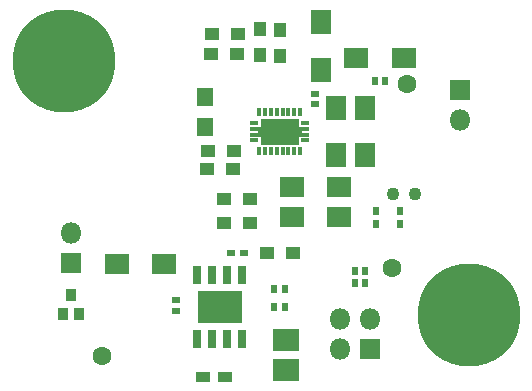
<source format=gbr>
G04 #@! TF.GenerationSoftware,KiCad,Pcbnew,5.0.0*
G04 #@! TF.CreationDate,2018-08-08T08:48:25-04:00*
G04 #@! TF.ProjectId,telegraph,74656C6567726170682E6B696361645F,rev?*
G04 #@! TF.SameCoordinates,Original*
G04 #@! TF.FileFunction,Soldermask,Top*
G04 #@! TF.FilePolarity,Negative*
%FSLAX46Y46*%
G04 Gerber Fmt 4.6, Leading zero omitted, Abs format (unit mm)*
G04 Created by KiCad (PCBNEW 5.0.0) date Wed Aug  8 08:48:25 2018*
%MOMM*%
%LPD*%
G01*
G04 APERTURE LIST*
%ADD10R,1.351600X1.601600*%
%ADD11R,0.501600X0.701600*%
%ADD12R,0.601600X0.701600*%
%ADD13R,0.701600X0.601600*%
%ADD14R,1.301600X0.851600*%
%ADD15R,2.101600X1.701600*%
%ADD16R,1.701600X2.101600*%
%ADD17C,1.101600*%
%ADD18R,2.301600X1.926600*%
%ADD19R,1.301600X1.001600*%
%ADD20R,1.001600X1.301600*%
%ADD21C,1.601600*%
%ADD22C,8.701600*%
%ADD23R,0.701600X0.501600*%
%ADD24R,1.801600X1.801600*%
%ADD25O,1.801600X1.801600*%
%ADD26R,0.750000X1.600000*%
%ADD27R,3.700000X2.800000*%
%ADD28R,0.901600X1.001600*%
%ADD29R,0.380000X0.740000*%
%ADD30R,0.740000X0.380000*%
%ADD31R,3.190000X2.190000*%
%ADD32R,0.465000X0.880000*%
G04 APERTURE END LIST*
D10*
G04 #@! TO.C,C17*
X119900000Y-114650000D03*
X119900000Y-112150000D03*
G04 #@! TD*
D11*
G04 #@! TO.C,R18*
X133450000Y-127900000D03*
X132550000Y-127900000D03*
G04 #@! TD*
G04 #@! TO.C,R19*
X132550000Y-126900000D03*
X133450000Y-126900000D03*
G04 #@! TD*
D12*
G04 #@! TO.C,C3*
X136360000Y-122854000D03*
X136360000Y-121754000D03*
G04 #@! TD*
G04 #@! TO.C,C4*
X134328000Y-121754000D03*
X134328000Y-122854000D03*
G04 #@! TD*
D13*
G04 #@! TO.C,C12*
X123194000Y-125352000D03*
X122094000Y-125352000D03*
G04 #@! TD*
D14*
G04 #@! TO.C,C11*
X119700000Y-135818000D03*
X121600000Y-135818000D03*
G04 #@! TD*
D15*
G04 #@! TO.C,C10*
X116450000Y-126318000D03*
X112450000Y-126318000D03*
G04 #@! TD*
D16*
G04 #@! TO.C,C7*
X129700000Y-109818000D03*
X129700000Y-105818000D03*
G04 #@! TD*
G04 #@! TO.C,C6*
X130950000Y-113068000D03*
X130950000Y-117068000D03*
G04 #@! TD*
G04 #@! TO.C,C5*
X133450000Y-117068000D03*
X133450000Y-113068000D03*
G04 #@! TD*
D15*
G04 #@! TO.C,C2*
X131248000Y-119764000D03*
X127248000Y-119764000D03*
G04 #@! TD*
G04 #@! TO.C,C1*
X131248000Y-122304000D03*
X127248000Y-122304000D03*
G04 #@! TD*
G04 #@! TO.C,C15*
X132700000Y-108818000D03*
X136700000Y-108818000D03*
G04 #@! TD*
D17*
G04 #@! TO.C,Y1*
X135800000Y-120318000D03*
X137700000Y-120318000D03*
G04 #@! TD*
D18*
G04 #@! TO.C,L1*
X126708000Y-135275500D03*
X126708000Y-132700500D03*
G04 #@! TD*
D19*
G04 #@! TO.C,D3*
X123700000Y-120818000D03*
X121500000Y-120818000D03*
G04 #@! TD*
D20*
G04 #@! TO.C,D2*
X124500000Y-106368000D03*
X124500000Y-108568000D03*
G04 #@! TD*
G04 #@! TO.C,D1*
X126250000Y-108668000D03*
X126250000Y-106468000D03*
G04 #@! TD*
D21*
G04 #@! TO.C,TP9*
X135700000Y-126600000D03*
G04 #@! TD*
G04 #@! TO.C,TP8*
X111200000Y-134068000D03*
G04 #@! TD*
G04 #@! TO.C,TP10*
X136950000Y-111068000D03*
G04 #@! TD*
D22*
G04 #@! TO.C,MH1*
X107950000Y-109068000D03*
G04 #@! TD*
G04 #@! TO.C,MH2*
X142200000Y-130568000D03*
G04 #@! TD*
D23*
G04 #@! TO.C,R7*
X129200000Y-112768000D03*
X129200000Y-111868000D03*
G04 #@! TD*
G04 #@! TO.C,R13*
X117450000Y-130268000D03*
X117450000Y-129368000D03*
G04 #@! TD*
D11*
G04 #@! TO.C,R14*
X125750000Y-129924000D03*
X126650000Y-129924000D03*
G04 #@! TD*
G04 #@! TO.C,R16*
X134250000Y-110818000D03*
X135150000Y-110818000D03*
G04 #@! TD*
G04 #@! TO.C,R17*
X125750000Y-128400000D03*
X126650000Y-128400000D03*
G04 #@! TD*
D19*
G04 #@! TO.C,R15*
X125100000Y-125352000D03*
X127300000Y-125352000D03*
G04 #@! TD*
G04 #@! TO.C,R2*
X120500000Y-106768000D03*
X122700000Y-106768000D03*
G04 #@! TD*
G04 #@! TO.C,R3*
X122550000Y-108518000D03*
X120350000Y-108518000D03*
G04 #@! TD*
G04 #@! TO.C,R6*
X122220000Y-118240000D03*
X120020000Y-118240000D03*
G04 #@! TD*
G04 #@! TO.C,R10*
X123650000Y-122818000D03*
X121450000Y-122818000D03*
G04 #@! TD*
G04 #@! TO.C,R5*
X120104000Y-116716000D03*
X122304000Y-116716000D03*
G04 #@! TD*
D24*
G04 #@! TO.C,SW1*
X141450000Y-111568000D03*
D25*
X141450000Y-114108000D03*
G04 #@! TD*
G04 #@! TO.C,J2*
X108532000Y-123634000D03*
D24*
X108532000Y-126174000D03*
G04 #@! TD*
D25*
G04 #@! TO.C,J1*
X131280000Y-130940000D03*
X131280000Y-133480000D03*
X133820000Y-130940000D03*
D24*
X133820000Y-133480000D03*
G04 #@! TD*
D26*
G04 #@! TO.C,U3*
X119215000Y-132624000D03*
X120485000Y-132624000D03*
X121755000Y-132624000D03*
X123025000Y-132624000D03*
X123025000Y-127224000D03*
X121755000Y-127224000D03*
X120485000Y-127224000D03*
X119215000Y-127224000D03*
D27*
X121120000Y-129924000D03*
G04 #@! TD*
D28*
G04 #@! TO.C,Q1*
X108532000Y-128930000D03*
X109182000Y-130530000D03*
X107882000Y-130530000D03*
G04 #@! TD*
D29*
G04 #@! TO.C,U1*
X124450000Y-116718000D03*
X124950000Y-116718000D03*
X125450000Y-116718000D03*
X125950000Y-116718000D03*
X126450000Y-116718000D03*
X126950000Y-116718000D03*
X127450000Y-116718000D03*
X127950000Y-116718000D03*
D30*
X128350000Y-115818000D03*
X128350000Y-115318000D03*
X128350000Y-114818000D03*
X128350000Y-114318000D03*
D29*
X127950000Y-113418000D03*
X127450000Y-113418000D03*
X126950000Y-113418000D03*
X126450000Y-113418000D03*
X125950000Y-113418000D03*
X125450000Y-113418000D03*
X124950000Y-113418000D03*
X124450000Y-113418000D03*
D30*
X124050000Y-114318000D03*
X124050000Y-114818000D03*
X124050000Y-115318000D03*
X124050000Y-115818000D03*
D31*
X126200000Y-115068000D03*
D32*
X127887500Y-115068000D03*
X124512500Y-115068000D03*
G04 #@! TD*
M02*

</source>
